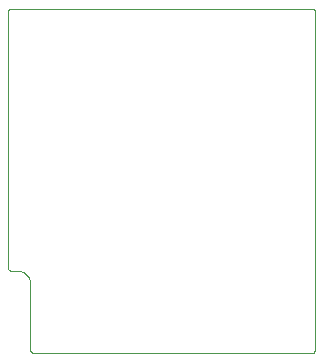
<source format=gko>
G04 EAGLE Gerber RS-274X export*
G75*
%MOMM*%
%FSLAX34Y34*%
%LPD*%
%INOutline*%
%IPPOS*%
%AMOC8*
5,1,8,0,0,1.08239X$1,22.5*%
G01*
%ADD10C,0.000000*%


D10*
X0Y298450D02*
X0Y82550D01*
X2Y82439D01*
X8Y82329D01*
X17Y82218D01*
X31Y82108D01*
X48Y81999D01*
X69Y81890D01*
X94Y81782D01*
X123Y81675D01*
X155Y81569D01*
X191Y81464D01*
X231Y81361D01*
X274Y81259D01*
X321Y81158D01*
X372Y81059D01*
X425Y80963D01*
X482Y80868D01*
X543Y80775D01*
X606Y80684D01*
X673Y80595D01*
X743Y80509D01*
X816Y80426D01*
X891Y80344D01*
X969Y80266D01*
X1051Y80191D01*
X1134Y80118D01*
X1220Y80048D01*
X1309Y79981D01*
X1400Y79918D01*
X1493Y79857D01*
X1587Y79800D01*
X1684Y79747D01*
X1783Y79696D01*
X1884Y79649D01*
X1986Y79606D01*
X2089Y79566D01*
X2194Y79530D01*
X2300Y79498D01*
X2407Y79469D01*
X2515Y79444D01*
X2624Y79423D01*
X2733Y79406D01*
X2843Y79392D01*
X2954Y79383D01*
X3064Y79377D01*
X3175Y79375D01*
X8210Y79375D01*
X8472Y79372D01*
X8734Y79362D01*
X8995Y79347D01*
X9256Y79324D01*
X9517Y79296D01*
X9776Y79261D01*
X10035Y79220D01*
X10293Y79173D01*
X10549Y79120D01*
X10804Y79060D01*
X11058Y78994D01*
X11310Y78922D01*
X11560Y78844D01*
X11808Y78761D01*
X12054Y78671D01*
X12298Y78575D01*
X12539Y78473D01*
X12778Y78366D01*
X13014Y78252D01*
X13248Y78133D01*
X13478Y78009D01*
X13705Y77879D01*
X13930Y77743D01*
X14150Y77602D01*
X14368Y77456D01*
X14582Y77305D01*
X14792Y77148D01*
X14998Y76987D01*
X15200Y76820D01*
X15398Y76649D01*
X15592Y76473D01*
X15782Y76292D01*
X15967Y76107D01*
X16148Y75917D01*
X16324Y75723D01*
X16495Y75525D01*
X16662Y75323D01*
X16823Y75117D01*
X16980Y74907D01*
X17131Y74693D01*
X17277Y74475D01*
X17418Y74255D01*
X17554Y74030D01*
X17684Y73803D01*
X17808Y73573D01*
X17927Y73339D01*
X18041Y73103D01*
X18148Y72864D01*
X18250Y72623D01*
X18346Y72379D01*
X18436Y72133D01*
X18519Y71885D01*
X18597Y71635D01*
X18669Y71383D01*
X18735Y71129D01*
X18795Y70874D01*
X18848Y70618D01*
X18895Y70360D01*
X18936Y70101D01*
X18971Y69842D01*
X18999Y69581D01*
X19022Y69320D01*
X19037Y69059D01*
X19047Y68797D01*
X19050Y68535D01*
X19050Y12700D01*
X19052Y12589D01*
X19058Y12479D01*
X19067Y12368D01*
X19081Y12258D01*
X19098Y12149D01*
X19119Y12040D01*
X19144Y11932D01*
X19173Y11825D01*
X19205Y11719D01*
X19241Y11614D01*
X19281Y11511D01*
X19324Y11409D01*
X19371Y11308D01*
X19422Y11209D01*
X19475Y11112D01*
X19532Y11018D01*
X19593Y10925D01*
X19656Y10834D01*
X19723Y10745D01*
X19793Y10659D01*
X19866Y10576D01*
X19941Y10494D01*
X20019Y10416D01*
X20101Y10341D01*
X20184Y10268D01*
X20270Y10198D01*
X20359Y10131D01*
X20450Y10068D01*
X20543Y10007D01*
X20637Y9950D01*
X20734Y9897D01*
X20833Y9846D01*
X20934Y9799D01*
X21036Y9756D01*
X21139Y9716D01*
X21244Y9680D01*
X21350Y9648D01*
X21457Y9619D01*
X21565Y9594D01*
X21674Y9573D01*
X21783Y9556D01*
X21893Y9542D01*
X22004Y9533D01*
X22114Y9527D01*
X22225Y9525D01*
X256975Y9525D01*
X257086Y9527D01*
X257196Y9533D01*
X257307Y9542D01*
X257417Y9556D01*
X257526Y9573D01*
X257635Y9594D01*
X257743Y9619D01*
X257850Y9648D01*
X257956Y9680D01*
X258061Y9716D01*
X258164Y9756D01*
X258266Y9799D01*
X258367Y9846D01*
X258466Y9897D01*
X258562Y9950D01*
X258657Y10007D01*
X258750Y10068D01*
X258841Y10131D01*
X258930Y10198D01*
X259016Y10268D01*
X259099Y10341D01*
X259181Y10416D01*
X259259Y10494D01*
X259334Y10576D01*
X259407Y10659D01*
X259477Y10745D01*
X259544Y10834D01*
X259607Y10925D01*
X259668Y11018D01*
X259725Y11112D01*
X259778Y11209D01*
X259829Y11308D01*
X259876Y11409D01*
X259919Y11511D01*
X259959Y11614D01*
X259995Y11719D01*
X260027Y11825D01*
X260056Y11932D01*
X260081Y12040D01*
X260102Y12149D01*
X260119Y12258D01*
X260133Y12368D01*
X260142Y12479D01*
X260148Y12589D01*
X260150Y12700D01*
X260150Y298525D01*
X260148Y298631D01*
X260142Y298737D01*
X260133Y298843D01*
X260120Y298948D01*
X260103Y299053D01*
X260082Y299157D01*
X260058Y299261D01*
X260029Y299363D01*
X259998Y299465D01*
X259962Y299565D01*
X259924Y299663D01*
X259881Y299761D01*
X259835Y299857D01*
X259786Y299951D01*
X259734Y300043D01*
X259678Y300133D01*
X259619Y300222D01*
X259557Y300308D01*
X259491Y300392D01*
X259423Y300473D01*
X259352Y300552D01*
X259279Y300629D01*
X259202Y300702D01*
X259123Y300773D01*
X259042Y300841D01*
X258958Y300907D01*
X258872Y300969D01*
X258783Y301028D01*
X258693Y301084D01*
X258601Y301136D01*
X258507Y301185D01*
X258411Y301231D01*
X258313Y301274D01*
X258215Y301312D01*
X258115Y301348D01*
X258013Y301379D01*
X257911Y301408D01*
X257807Y301432D01*
X257703Y301453D01*
X257598Y301470D01*
X257493Y301483D01*
X257387Y301492D01*
X257281Y301498D01*
X257175Y301500D01*
X3050Y301500D01*
X2941Y301498D01*
X2832Y301492D01*
X2724Y301483D01*
X2616Y301469D01*
X2508Y301452D01*
X2402Y301430D01*
X2296Y301405D01*
X2191Y301376D01*
X2087Y301344D01*
X1984Y301308D01*
X1883Y301268D01*
X1783Y301224D01*
X1685Y301177D01*
X1588Y301127D01*
X1494Y301073D01*
X1401Y301016D01*
X1311Y300955D01*
X1222Y300892D01*
X1136Y300825D01*
X1053Y300755D01*
X972Y300682D01*
X893Y300607D01*
X818Y300528D01*
X745Y300447D01*
X675Y300364D01*
X608Y300278D01*
X545Y300189D01*
X484Y300099D01*
X427Y300006D01*
X373Y299912D01*
X323Y299815D01*
X276Y299717D01*
X232Y299617D01*
X192Y299516D01*
X156Y299413D01*
X124Y299309D01*
X95Y299204D01*
X70Y299098D01*
X48Y298992D01*
X31Y298884D01*
X17Y298776D01*
X8Y298668D01*
X2Y298559D01*
X0Y298450D01*
M02*

</source>
